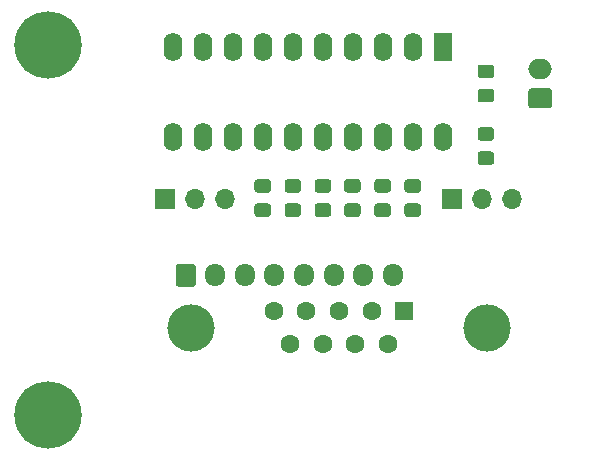
<source format=gbr>
%TF.GenerationSoftware,KiCad,Pcbnew,5.1.8+dfsg1-1+b1*%
%TF.CreationDate,2021-07-20T03:33:59+03:00*%
%TF.ProjectId,gbs-cgaega,6762732d-6367-4616-9567-612e6b696361,rev?*%
%TF.SameCoordinates,Original*%
%TF.FileFunction,Soldermask,Top*%
%TF.FilePolarity,Negative*%
%FSLAX46Y46*%
G04 Gerber Fmt 4.6, Leading zero omitted, Abs format (unit mm)*
G04 Created by KiCad (PCBNEW 5.1.8+dfsg1-1+b1) date 2021-07-20 03:33:59*
%MOMM*%
%LPD*%
G01*
G04 APERTURE LIST*
%ADD10C,5.700000*%
%ADD11O,1.600000X2.400000*%
%ADD12R,1.600000X2.400000*%
%ADD13R,1.600000X1.600000*%
%ADD14C,1.600000*%
%ADD15C,4.000000*%
%ADD16O,2.000000X1.700000*%
%ADD17O,1.700000X1.950000*%
%ADD18R,1.700000X1.700000*%
%ADD19O,1.700000X1.700000*%
G04 APERTURE END LIST*
D10*
%TO.C,H3*%
X112800000Y-95300000D03*
%TD*%
%TO.C,H1*%
X112800000Y-126700000D03*
%TD*%
D11*
%TO.C,U1*%
X146250000Y-103120000D03*
X123390000Y-95500000D03*
X143710000Y-103120000D03*
X125930000Y-95500000D03*
X141170000Y-103120000D03*
X128470000Y-95500000D03*
X138630000Y-103120000D03*
X131010000Y-95500000D03*
X136090000Y-103120000D03*
X133550000Y-95500000D03*
X133550000Y-103120000D03*
X136090000Y-95500000D03*
X131010000Y-103120000D03*
X138630000Y-95500000D03*
X128470000Y-103120000D03*
X141170000Y-95500000D03*
X125930000Y-103120000D03*
X143710000Y-95500000D03*
X123390000Y-103120000D03*
D12*
X146250000Y-95500000D03*
%TD*%
%TO.C,C1*%
G36*
G01*
X150350001Y-100200000D02*
X149449999Y-100200000D01*
G75*
G02*
X149200000Y-99950001I0J249999D01*
G01*
X149200000Y-99299999D01*
G75*
G02*
X149449999Y-99050000I249999J0D01*
G01*
X150350001Y-99050000D01*
G75*
G02*
X150600000Y-99299999I0J-249999D01*
G01*
X150600000Y-99950001D01*
G75*
G02*
X150350001Y-100200000I-249999J0D01*
G01*
G37*
G36*
G01*
X150350001Y-98150000D02*
X149449999Y-98150000D01*
G75*
G02*
X149200000Y-97900001I0J249999D01*
G01*
X149200000Y-97249999D01*
G75*
G02*
X149449999Y-97000000I249999J0D01*
G01*
X150350001Y-97000000D01*
G75*
G02*
X150600000Y-97249999I0J-249999D01*
G01*
X150600000Y-97900001D01*
G75*
G02*
X150350001Y-98150000I-249999J0D01*
G01*
G37*
%TD*%
D13*
%TO.C,J1*%
X143000000Y-117850000D03*
D14*
X140230000Y-117850000D03*
X137460000Y-117850000D03*
X134690000Y-117850000D03*
X131920000Y-117850000D03*
X141615000Y-120690000D03*
X138845000Y-120690000D03*
X136075000Y-120690000D03*
X133305000Y-120690000D03*
D15*
X124960000Y-119270000D03*
X149960000Y-119270000D03*
%TD*%
%TO.C,J2*%
G36*
G01*
X155250000Y-100700000D02*
X153750000Y-100700000D01*
G75*
G02*
X153500000Y-100450000I0J250000D01*
G01*
X153500000Y-99250000D01*
G75*
G02*
X153750000Y-99000000I250000J0D01*
G01*
X155250000Y-99000000D01*
G75*
G02*
X155500000Y-99250000I0J-250000D01*
G01*
X155500000Y-100450000D01*
G75*
G02*
X155250000Y-100700000I-250000J0D01*
G01*
G37*
D16*
X154500000Y-97350000D03*
%TD*%
%TO.C,J3*%
G36*
G01*
X123650000Y-115575000D02*
X123650000Y-114125000D01*
G75*
G02*
X123900000Y-113875000I250000J0D01*
G01*
X125100000Y-113875000D01*
G75*
G02*
X125350000Y-114125000I0J-250000D01*
G01*
X125350000Y-115575000D01*
G75*
G02*
X125100000Y-115825000I-250000J0D01*
G01*
X123900000Y-115825000D01*
G75*
G02*
X123650000Y-115575000I0J250000D01*
G01*
G37*
D17*
X127000000Y-114850000D03*
X129500000Y-114850000D03*
X132000000Y-114850000D03*
X134500000Y-114850000D03*
X137000000Y-114850000D03*
X139500000Y-114850000D03*
X142000000Y-114850000D03*
%TD*%
%TO.C,R1*%
G36*
G01*
X150350001Y-105500000D02*
X149449999Y-105500000D01*
G75*
G02*
X149200000Y-105250001I0J249999D01*
G01*
X149200000Y-104599999D01*
G75*
G02*
X149449999Y-104350000I249999J0D01*
G01*
X150350001Y-104350000D01*
G75*
G02*
X150600000Y-104599999I0J-249999D01*
G01*
X150600000Y-105250001D01*
G75*
G02*
X150350001Y-105500000I-249999J0D01*
G01*
G37*
G36*
G01*
X150350001Y-103450000D02*
X149449999Y-103450000D01*
G75*
G02*
X149200000Y-103200001I0J249999D01*
G01*
X149200000Y-102549999D01*
G75*
G02*
X149449999Y-102300000I249999J0D01*
G01*
X150350001Y-102300000D01*
G75*
G02*
X150600000Y-102549999I0J-249999D01*
G01*
X150600000Y-103200001D01*
G75*
G02*
X150350001Y-103450000I-249999J0D01*
G01*
G37*
%TD*%
%TO.C,R2*%
G36*
G01*
X144150001Y-109900000D02*
X143249999Y-109900000D01*
G75*
G02*
X143000000Y-109650001I0J249999D01*
G01*
X143000000Y-108999999D01*
G75*
G02*
X143249999Y-108750000I249999J0D01*
G01*
X144150001Y-108750000D01*
G75*
G02*
X144400000Y-108999999I0J-249999D01*
G01*
X144400000Y-109650001D01*
G75*
G02*
X144150001Y-109900000I-249999J0D01*
G01*
G37*
G36*
G01*
X144150001Y-107850000D02*
X143249999Y-107850000D01*
G75*
G02*
X143000000Y-107600001I0J249999D01*
G01*
X143000000Y-106949999D01*
G75*
G02*
X143249999Y-106700000I249999J0D01*
G01*
X144150001Y-106700000D01*
G75*
G02*
X144400000Y-106949999I0J-249999D01*
G01*
X144400000Y-107600001D01*
G75*
G02*
X144150001Y-107850000I-249999J0D01*
G01*
G37*
%TD*%
%TO.C,R3*%
G36*
G01*
X141600001Y-107850000D02*
X140699999Y-107850000D01*
G75*
G02*
X140450000Y-107600001I0J249999D01*
G01*
X140450000Y-106949999D01*
G75*
G02*
X140699999Y-106700000I249999J0D01*
G01*
X141600001Y-106700000D01*
G75*
G02*
X141850000Y-106949999I0J-249999D01*
G01*
X141850000Y-107600001D01*
G75*
G02*
X141600001Y-107850000I-249999J0D01*
G01*
G37*
G36*
G01*
X141600001Y-109900000D02*
X140699999Y-109900000D01*
G75*
G02*
X140450000Y-109650001I0J249999D01*
G01*
X140450000Y-108999999D01*
G75*
G02*
X140699999Y-108750000I249999J0D01*
G01*
X141600001Y-108750000D01*
G75*
G02*
X141850000Y-108999999I0J-249999D01*
G01*
X141850000Y-109650001D01*
G75*
G02*
X141600001Y-109900000I-249999J0D01*
G01*
G37*
%TD*%
%TO.C,R4*%
G36*
G01*
X139050001Y-109900000D02*
X138149999Y-109900000D01*
G75*
G02*
X137900000Y-109650001I0J249999D01*
G01*
X137900000Y-108999999D01*
G75*
G02*
X138149999Y-108750000I249999J0D01*
G01*
X139050001Y-108750000D01*
G75*
G02*
X139300000Y-108999999I0J-249999D01*
G01*
X139300000Y-109650001D01*
G75*
G02*
X139050001Y-109900000I-249999J0D01*
G01*
G37*
G36*
G01*
X139050001Y-107850000D02*
X138149999Y-107850000D01*
G75*
G02*
X137900000Y-107600001I0J249999D01*
G01*
X137900000Y-106949999D01*
G75*
G02*
X138149999Y-106700000I249999J0D01*
G01*
X139050001Y-106700000D01*
G75*
G02*
X139300000Y-106949999I0J-249999D01*
G01*
X139300000Y-107600001D01*
G75*
G02*
X139050001Y-107850000I-249999J0D01*
G01*
G37*
%TD*%
%TO.C,R5*%
G36*
G01*
X136550001Y-107850000D02*
X135649999Y-107850000D01*
G75*
G02*
X135400000Y-107600001I0J249999D01*
G01*
X135400000Y-106949999D01*
G75*
G02*
X135649999Y-106700000I249999J0D01*
G01*
X136550001Y-106700000D01*
G75*
G02*
X136800000Y-106949999I0J-249999D01*
G01*
X136800000Y-107600001D01*
G75*
G02*
X136550001Y-107850000I-249999J0D01*
G01*
G37*
G36*
G01*
X136550001Y-109900000D02*
X135649999Y-109900000D01*
G75*
G02*
X135400000Y-109650001I0J249999D01*
G01*
X135400000Y-108999999D01*
G75*
G02*
X135649999Y-108750000I249999J0D01*
G01*
X136550001Y-108750000D01*
G75*
G02*
X136800000Y-108999999I0J-249999D01*
G01*
X136800000Y-109650001D01*
G75*
G02*
X136550001Y-109900000I-249999J0D01*
G01*
G37*
%TD*%
%TO.C,R6*%
G36*
G01*
X134000001Y-109900000D02*
X133099999Y-109900000D01*
G75*
G02*
X132850000Y-109650001I0J249999D01*
G01*
X132850000Y-108999999D01*
G75*
G02*
X133099999Y-108750000I249999J0D01*
G01*
X134000001Y-108750000D01*
G75*
G02*
X134250000Y-108999999I0J-249999D01*
G01*
X134250000Y-109650001D01*
G75*
G02*
X134000001Y-109900000I-249999J0D01*
G01*
G37*
G36*
G01*
X134000001Y-107850000D02*
X133099999Y-107850000D01*
G75*
G02*
X132850000Y-107600001I0J249999D01*
G01*
X132850000Y-106949999D01*
G75*
G02*
X133099999Y-106700000I249999J0D01*
G01*
X134000001Y-106700000D01*
G75*
G02*
X134250000Y-106949999I0J-249999D01*
G01*
X134250000Y-107600001D01*
G75*
G02*
X134000001Y-107850000I-249999J0D01*
G01*
G37*
%TD*%
%TO.C,R7*%
G36*
G01*
X131450001Y-107850000D02*
X130549999Y-107850000D01*
G75*
G02*
X130300000Y-107600001I0J249999D01*
G01*
X130300000Y-106949999D01*
G75*
G02*
X130549999Y-106700000I249999J0D01*
G01*
X131450001Y-106700000D01*
G75*
G02*
X131700000Y-106949999I0J-249999D01*
G01*
X131700000Y-107600001D01*
G75*
G02*
X131450001Y-107850000I-249999J0D01*
G01*
G37*
G36*
G01*
X131450001Y-109900000D02*
X130549999Y-109900000D01*
G75*
G02*
X130300000Y-109650001I0J249999D01*
G01*
X130300000Y-108999999D01*
G75*
G02*
X130549999Y-108750000I249999J0D01*
G01*
X131450001Y-108750000D01*
G75*
G02*
X131700000Y-108999999I0J-249999D01*
G01*
X131700000Y-109650001D01*
G75*
G02*
X131450001Y-109900000I-249999J0D01*
G01*
G37*
%TD*%
D18*
%TO.C,SW1*%
X147000000Y-108350000D03*
D19*
X149540000Y-108350000D03*
X152080000Y-108350000D03*
%TD*%
%TO.C,SW2*%
X127830000Y-108350000D03*
X125290000Y-108350000D03*
D18*
X122750000Y-108350000D03*
%TD*%
M02*

</source>
